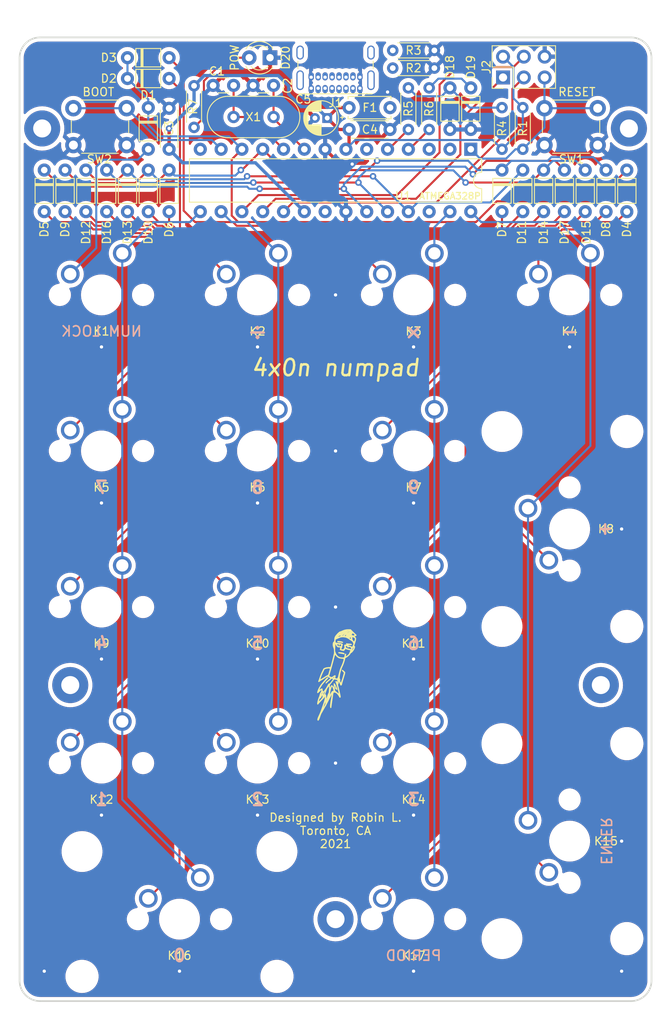
<source format=kicad_pcb>
(kicad_pcb (version 20211014) (generator pcbnew)
  (layers (0 "F.Cu" signal) (31 "B.Cu" signal) (34 "B.Paste" user) (35 "F.Paste" user) (36 "B.SilkS" user "B.Silkscreen") (37 "F.SilkS" user "F.Silkscreen") (38 "B.Mask" user) (39 "F.Mask" user) (44 "Edge.Cuts" user))
  (net 0 "")
  (net 1 "Net-(D1-Pad2)")
  (net 2 "/row0")
  (net 3 "Net-(D2-Pad2)")
  (net 4 "Net-(D3-Pad2)")
  (net 5 "Net-(D4-Pad2)")
  (net 6 "Net-(D5-Pad2)")
  (net 7 "/row1")
  (net 8 "Net-(D6-Pad2)")
  (net 9 "Net-(D7-Pad2)")
  (net 10 "Net-(D8-Pad2)")
  (net 11 "Net-(D9-Pad2)")
  (net 12 "/row2")
  (net 13 "Net-(D10-Pad2)")
  (net 14 "Net-(D11-Pad2)")
  (net 15 "Net-(D12-Pad2)")
  (net 16 "/row3")
  (net 17 "Net-(D13-Pad2)")
  (net 18 "Net-(D14-Pad2)")
  (net 19 "Net-(D15-Pad2)")
  (net 20 "Net-(D16-Pad2)")
  (net 21 "/row4")
  (net 22 "Net-(D17-Pad2)")
  (net 23 "GND")
  (net 24 "Net-(D18-Pad1)")
  (net 25 "Net-(D19-Pad1)")
  (net 26 "/RESET")
  (net 27 "/MOSI")
  (net 28 "/SCK")
  (net 29 "+5V")
  (net 30 "/MISO")
  (net 31 "/col0")
  (net 32 "/col1")
  (net 33 "/col2")
  (net 34 "/col3")
  (net 35 "Net-(J1-PadA5)")
  (net 36 "Net-(J1-PadB5)")
  (net 37 "/USB_D-")
  (net 38 "/USB_D+")
  (net 39 "Net-(U1-Pad26)")
  (net 40 "Net-(C1-Pad1)")
  (net 41 "Net-(C2-Pad1)")
  (net 42 "Net-(U1-Pad21)")
  (net 43 "Net-(U1-Pad6)")
  (net 44 "Net-(U1-Pad3)")
  (net 45 "Net-(U1-Pad2)")
  (net 46 "Net-(J1-PadS1)")
  (net 47 "Net-(F1-Pad2)")
  (net 48 "Net-(J1-PadB8)")
  (net 49 "Net-(J1-PadA8)")
  (net 50 "Net-(U1-Pad14)")
  (net 51 "Net-(D20-Pad2)")
  (net 52 "/BOOT")
  (footprint "keyswitches:Stabilizer_MX_2u" (layer "F.Cu") (at 28.575 0 -90)
    (fp_text reference "REF**" hide)
    (fp_text value "Stabilizer_MX_2u" hide)
  )
  (footprint "keyswitches:Stabilizer_MX_2u" (layer "F.Cu") (at 28.575 38.1 -90)
    (fp_text reference "REF**" hide)
    (fp_text value "Stabilizer_MX_2u" hide)
  )
  (footprint "keyswitches:Stabilizer_MX_2u" (layer "F.Cu") (at -19.05 47.625 180)
    (fp_text reference "REF**" hide)
    (fp_text value "Stabilizer_MX_2u" hide)
  )
  (footprint "Package_DIP:DIP-28_W7.62mm" (layer "F.Cu") (at 16.51 -46.355 -90)
    (fp_text reference "U1")
    (fp_text value "ATmega328P-PU")
  )
  (footprint "personal:D_DO-35_SOD27_P5mm_Horizontal" (layer "F.Cu") (at -22.86 -51.435 -90)
    (fp_text reference "D1")
    (fp_text value "D")
  )
  (footprint "personal:D_DO-35_SOD27_P5mm_Horizontal" (layer "F.Cu") (at -25.4 -54.991)
    (fp_text reference "D2")
    (fp_text value "D")
  )
  (footprint "personal:D_DO-35_SOD27_P5mm_Horizontal" (layer "F.Cu") (at -25.4 -57.531)
    (fp_text reference "D3")
    (fp_text value "D")
  )
  (footprint "personal:D_DO-35_SOD27_P5mm_Horizontal" (layer "F.Cu") (at 35.56 -43.815 -90)
    (fp_text reference "D4")
    (fp_text value "D")
  )
  (footprint "personal:D_DO-35_SOD27_P5mm_Horizontal" (layer "F.Cu") (at -35.56 -43.815 -90)
    (fp_text reference "D5")
    (fp_text value "D")
  )
  (footprint "personal:D_DO-35_SOD27_P5mm_Horizontal" (layer "F.Cu") (at -20.32 -43.815 -90)
    (fp_text reference "D6")
    (fp_text value "D")
  )
  (footprint "personal:D_DO-35_SOD27_P5mm_Horizontal" (layer "F.Cu") (at -22.86 -43.815 -90)
    (fp_text reference "D10")
    (fp_text value "D")
  )
  (footprint "personal:D_DO-35_SOD27_P5mm_Horizontal" (layer "F.Cu") (at 22.86 -43.815 -90)
    (fp_text reference "D11")
    (fp_text value "D")
  )
  (footprint "personal:D_DO-35_SOD27_P5mm_Horizontal" (layer "F.Cu") (at -30.48 -43.815 -90)
    (fp_text reference "D12")
    (fp_text value "D")
  )
  (footprint "personal:D_DO-35_SOD27_P5mm_Horizontal" (layer "F.Cu") (at -25.4 -43.815 -90)
    (fp_text reference "D13")
    (fp_text value "D")
  )
  (footprint "personal:D_DO-35_SOD27_P5mm_Horizontal" (layer "F.Cu") (at 25.4 -43.815 -90)
    (fp_text reference "D14")
    (fp_text value "D")
  )
  (footprint "personal:D_DO-35_SOD27_P5mm_Horizontal" (layer "F.Cu") (at 30.48 -43.815 -90)
    (fp_text reference "D15")
    (fp_text value "D")
  )
  (footprint "personal:D_DO-35_SOD27_P5mm_Horizontal" (layer "F.Cu") (at -27.94 -43.815 -90)
    (fp_text reference "D16")
    (fp_text value "D")
  )
  (footprint "personal:D_DO-35_SOD27_P5mm_Horizontal" (layer "F.Cu") (at 27.94 -43.815 -90)
    (fp_text reference "D17")
    (fp_text value "D")
  )
  (footprint "personal:SW_MX_NoBorderSilk" (layer "F.Cu") (at -28.575 -28.575)
    (fp_text reference "K1")
    (fp_text value "KEYSW")
  )
  (footprint "personal:SW_MX_NoBorderSilk" (layer "F.Cu") (at -9.525 -28.575)
    (fp_text reference "K2")
    (fp_text value "KEYSW")
  )
  (footprint "personal:SW_MX_NoBorderSilk" (layer "F.Cu") (at 9.525 -28.575)
    (fp_text reference "K3")
    (fp_text value "KEYSW")
  )
  (footprint "personal:SW_MX_NoBorderSilk" (layer "F.Cu") (at 28.575 -28.575)
    (fp_text reference "K4")
    (fp_text value "KEYSW")
  )
  (footprint "personal:SW_MX_NoBorderSilk" (layer "F.Cu") (at -28.575 -9.525)
    (fp_text reference "K5")
    (fp_text value "KEYSW")
  )
  (footprint "personal:SW_MX_NoBorderSilk" (layer "F.Cu") (at -9.525 -9.525)
    (fp_text reference "K6")
    (fp_text value "KEYSW")
  )
  (footprint "personal:SW_MX_NoBorderSilk" (layer "F.Cu") (at 9.525 -9.525)
    (fp_text reference "K7")
    (fp_text value "KEYSW")
  )
  (footprint "personal:SW_MX_NoBorderSilk" (layer "F.Cu") (at 28.575 0 90)
    (fp_text reference "K8")
    (fp_text value "KEYSW")
  )
  (footprint "personal:SW_MX_NoBorderSilk" (layer "F.Cu") (at -28.575 9.525)
    (fp_text reference "K9")
    (fp_text value "KEYSW")
  )
  (footprint "personal:SW_MX_NoBorderSilk" (layer "F.Cu") (at -9.525 9.525)
    (fp_text reference "K10")
    (fp_text value "KEYSW")
  )
  (footprint "personal:SW_MX_NoBorderSilk" (layer "F.Cu") (at 9.525 9.525)
    (fp_text reference "K11")
    (fp_text value "KEYSW")
  )
  (footprint "personal:SW_MX_NoBorderSilk" (layer "F.Cu") (at -28.575 28.575)
    (fp_text reference "K12")
    (fp_text value "KEYSW")
  )
  (footprint "personal:SW_MX_NoBorderSilk" (layer "F.Cu") (at -9.525 28.575)
    (fp_text reference "K13")
    (fp_text value "KEYSW")
  )
  (footprint "personal:SW_MX_NoBorderSilk" (layer "F.Cu") (at 9.525 28.575)
    (fp_text reference "K14")
    (fp_text value "KEYSW")
  )
  (footprint "personal:SW_MX_NoBorderSilk" (layer "F.Cu") (at 28.575 38.1 90)
    (fp_text reference "K15")
    (fp_text value "KEYSW")
  )
  (footprint "personal:SW_MX_NoBorderSilk" (layer "F.Cu") (at -19.05 47.625)
    (fp_text reference "K16")
    (fp_text value "KEYSW")
  )
  (footprint "personal:SW_MX_NoBorderSilk" (layer "F.Cu") (at 9.525 47.625)
    (fp_text reference "K17")
    (fp_text value "KEYSW")
  )
  (footprint "Resistor_THT:R_Axial_DIN0204_L3.6mm_D1.6mm_P5.08mm_Horizontal" (layer "F.Cu") (at 22.86 -51.435 -90)
    (fp_text reference "R1")
    (fp_text value "10k")
  )
  (footprint "Resistor_THT:R_Axial_DIN0204_L3.6mm_D1.6mm_P5.08mm_Horizontal" (layer "F.Cu") (at 12.065 -56.261 180)
    (fp_text reference "R2")
    (fp_text value "5.1k")
  )
  (footprint "Resistor_THT:R_Axial_DIN0204_L3.6mm_D1.6mm_P5.08mm_Horizontal" (layer "F.Cu") (at 12.065 -58.42 180)
    (fp_text reference "R3")
    (fp_text value "5.1k")
  )
  (footprint "Resistor_THT:R_Axial_DIN0204_L3.6mm_D1.6mm_P5.08mm_Horizontal" (layer "F.Cu") (at 20.32 -46.355 90)
    (fp_text reference "R4")
    (fp_text value "1.5k")
  )
  (footprint "Resistor_THT:R_Axial_DIN0204_L3.6mm_D1.6mm_P5.08mm_Horizontal" (layer "F.Cu") (at 11.43 -53.848 -90)
    (fp_text reference "R6")
    (fp_text value "75")
  )
  (footprint "MountingHole:MountingHole_2.2mm_M2_Pad" (layer "F.Cu") (at 35.814 -48.895)
    (fp_text reference "H2" hide)
    (fp_text value "MountingHole")
  )
  (footprint "MountingHole:MountingHole_2.2mm_M2_Pad" (layer "F.Cu") (at -35.814 -48.895)
    (fp_text reference "H1" hide)
    (fp_text value "MountingHole")
  )
  (footprint "personal:D_DO-35_SOD27_P5mm_Horizontal" (layer "F.Cu") (at 13.97 -53.848 -90)
    (fp_text reference "D18")
    (fp_text value "3.6V")
  )
  (footprint "Button_Switch_THT:SW_PUSH_6mm" (layer "F.Cu") (at -32.004 -51.363)
    (fp_text reference "SW2")
    (fp_text value "BOOT")
  )
  (footprint "personal:D_DO-35_SOD27_P5mm_Horizontal" (layer "F.Cu") (at 20.32 -43.815 -90)
    (fp_text reference "D7")
    (fp_text value "D")
  )
  (footprint "Capacitor_THT:C_Disc_D4.3mm_W1.9mm_P5.00mm" (layer "F.Cu") (at -20.32 -46.355 90)
    (fp_text reference "C3")
    (fp_text value "0.1u")
  )
  (footprint "Connector_PinHeader_2.54mm:PinHeader_2x03_P2.54mm_Vertical" (layer "F.Cu") (at 20.447 -55.118 90)
    (fp_text reference "J2")
    (fp_text value "AVR ISP")
  )
  (footprint "personal:USB_C_Receptacle_GCT_USB4085_personalized" (layer "F.Cu") (at 2.975 -53.8 180)
    (fp_text reference "J1")
    (fp_text value "USB_C_Receptacle_USB2.0")
  )
  (footprint "personal:D_DO-35_SOD27_P5mm_Horizontal" (layer "F.Cu") (at 16.51 -53.848 -90)
    (fp_text reference "D19")
    (fp_text value "3.6V")
  )
  (footprint "personal:D_DO-35_SOD27_P5mm_Horizontal" (layer "F.Cu") (at 33.02 -43.815 -90)
    (fp_text reference "D8")
    (fp_text value "D")
  )
  (footprint "personal:meme_logo" (layer "F.Cu") (at 0.508 17.526)
    (fp_text reference "G***" hide)
    (fp_text value "LOGO" hide)
  )
  (footprint "Resistor_THT:R_Axial_DIN0204_L3.6mm_D1.6mm_P5.08mm_Horizontal" (layer "F.Cu") (at 8.89 -48.768 90)
    (fp_text reference "R5")
    (fp_text value "75")
  )
  (footprint "personal:D_DO-35_SOD27_P5mm_Horizontal" (layer "F.Cu") (at -33.02 -43.815 -90)
    (fp_text reference "D9")
    (fp_text value "D")
  )
  (footprint "MountingHole:MountingHole_2.2mm_M2_Pad" (layer "F.Cu") (at -32.385 19.05)
    (fp_text reference "H3" hide)
    (fp_text value "MountingHole")
  )
  (footprint "MountingHole:MountingHole_2.2mm_M2_Pad" (layer "F.Cu") (at 0 47.625)
    (fp_text reference "H5" hide)
    (fp_text value "MountingHole")
  )
  (footprint "MountingHole:MountingHole_2.2mm_M2_Pad" (layer "F.Cu") (at 32.385 19.05)
    (fp_text reference "H4" hide)
    (fp_text value "MountingHole")
  )
  (footprint "Button_Switch_THT:SW_PUSH_6mm" (layer "F.Cu") (at 25.504 -51.363)
    (fp_text reference "SW1")
    (fp_text value "RESET")
  )
  (footprint "Resistor_THT:R_Axial_DIN0204_L3.6mm_D1.6mm_P5.08mm_Horizontal" (layer "F.Cu") (at -17.272 -49.022 90)
    (fp_text reference "R7")
    (fp_text value "1k")
  )
  (footprint "Crystal:Crystal_HC49-U_Vertical" (layer "F.Cu") (at -12.446 -50.292)
    (fp_text reference "X1")
    (fp_text value "16MHz")
  )
  (footprint "Capacitor_THT:C_Disc_D3.0mm_W1.6mm_P2.50mm" (layer "F.Cu") (at -12.446 -54.1528 180)
    (fp_text reference "C1")
    (fp_text value "22")
  )
  (footprint "Capacitor_THT:CP_Radial_D4.0mm_P1.50mm" (layer "F.Cu") (at -1.016 -50.165 180)
    (fp_text reference "C5")
    (fp_text value "4.7u")
  )
  (footprint "Capacitor_THT:C_Disc_D5.0mm_W2.5mm_P5.00mm" (layer "F.Cu") (at 1.651 -51.435)
    (fp_text reference "F1")
    (fp_text value "250mA")
  )
  (footprint "Capacitor_THT:C_Disc_D4.3mm_W1.9mm_P5.00mm" (layer "F.Cu") (at 1.651 -48.768)
    (fp_text reference "C4")
    (fp_text value "0.1u")
  )
  (footprint "Capacitor_THT:C_Disc_D3.0mm_W1.6mm_P2.50mm" (layer "F.Cu") (at -7.5692 -54.1528 180)
    (fp_text reference "C2")
    (fp_text value "22")
  )
  (footprint "LED_THT:LED_D3.0mm" (layer "F.Cu") (at -8.001 -57.531 180)
    (fp_text reference "D20")
    (fp_text value "POW")
  )
  (gr_arc (start 38.575 55.12485) (mid 37.842767 56.892617) (end 36.075 57.62485) (layer "Edge.Cuts") (width 0.2))
  (gr_line (start -36.075 -60.005949) (end 36.075 -60.005949) (layer "Edge.Cuts") (width 0.2))
  (gr_arc (start -36.075 57.62485) (mid -37.842767 56.892617) (end -38.575 55.12485) (layer "Edge.Cuts") (width 0.2))
  (gr_arc (start -38.575 -57.505949) (mid -37.842767 -59.273716) (end -36.075 -60.005949) (layer "Edge.Cuts") (width 0.2))
  (gr_arc (start 36.075 -60.005949) (mid 37.842767 -59.273716) (end 38.575 -57.505949) (layer "Edge.Cuts") (width 0.2))
  (gr_line (start 38.575 -57.505949) (end 38.575 55.12485) (layer "Edge.Cuts") (width 0.2))
  (gr_line (start 36.075 57.62485) (end -36.075 57.62485) (layer "Edge.Cuts") (width 0.2))
  (gr_line (start -38.575 55.12485) (end -38.575 -57.50595) (layer "Edge.Cuts") (width 0.2))
  (gr_text "1" (at -28.575 33.02) (layer "B.SilkS") (effects (font (size 1.5 1.5) (thickness 0.3)) (justify mirror)))
  (gr_text "0" (at -19.05 52.07) (layer "B.SilkS") (effects (font (size 1.5 1.5) (thickness 0.3)) (justify mirror)))
  (gr_text "2" (at -9.525 33.02) (layer "B.SilkS") (effects (font (size 1.5 1.5) (thickness 0.3)) (justify mirror)))
  (gr_text "3" (at 9.525 33.02) (layer "B.SilkS") (effects (font (size 1.5 1.5) (thickness 0.3)) (justify mirror)))
  (gr_text "6" (at 9.525 13.97) (layer "B.SilkS") (effects (font (size 1.5 1.5) (thickness 0.3)) (justify mirror)))
  (gr_text "5" (at -9.525 13.97) (layer "B.SilkS") (effects (font (size 1.5 1.5) (thickness 0.3)) (justify mirror)))
  (gr_text "4" (at -28.575 13.97) (layer "B.SilkS") (effects (font (size 1.5 1.5) (thickness 0.3)) (justify mirror)))
  (gr_text "7" (at -28.575 -5.08) (layer "B.SilkS") (effects (font (size 1.5 1.5) (thickness 0.3)) (justify mirror)))
  (gr_text "8" (at -9.525 -5.08) (layer "B.SilkS") (effects (font (size 1.5 1.5) (thickness 0.3)) (justify mirror)))
  (gr_text "9" (at 9.525 -5.08) (layer "B.SilkS") (effects (font (size 1.5 1.5) (thickness 0.3)) (justify mirror)))
  (gr_text "×" (at 9.525 -24.13) (layer "B.SilkS") (effects (font (size 2 2) (thickness 0.3)) (justify mirror)))
  (gr_text "÷" (at -9.525 -24.13) (layer "B.SilkS") (effects (font (size 2 2) (thickness 0.3)) (justify mirror)))
  (gr_text "NUM LOCK" (at -28.575 -24.13) (layer "B.SilkS") (effects (font (size 1.25 1.25) (thickness 0.2)) (justify mirror)))
  (gr_text "-" (at 28.575 -24.13) (layer "B.SilkS") (effects (font (size 1.5 1.5) (thickness 0.3)) (justify mirror)))
  (gr_text "ENTER" (at 33.02 38.1 -90) (layer "B.SilkS") (effects (font (size 1.25 1.25) (thickness 0.2)) (justify mirror)))
  (gr_text "PERIOD" (at 9.525 52.07) (layer "B.SilkS") (effects (font (size 1.25 1.25) (thickness 0.2)) (justify mirror)))
  (gr_text "+" (at 33.02 0 -90) (layer "B.SilkS") (effects (font (size 1.5 1.5) (thickness 0.3)) (justify mirror)))
  (gr_text "RESET" (at 29.464 -53.34) (layer "F.SilkS") (effects (font (size 1 1))))
  (gr_text "Designed by Robin L.\nToronto, CA\n2021" (at 0 36.83) (layer "F.SilkS") (effects (font (size 1 1))))
  (gr_text "4x0n numpad" (at 0 -19.685) (layer "F.SilkS") (effects (font (size 2 2) (thickness 0.3) italic)))
  (gr_text "BOOT" (at -28.956 -53.34) (layer "F.SilkS") (effects (font (size 1 1))))
  (gr_text "ATMEGA328P" (at 13.97 -40.64) (layer "F.SilkS") (effects (font (size 0.8 0.8))))
  (segment (start -28.335002 -45.085) (end -24.13 -45.085) (width 0.25) (layer "B.Cu") (net 1))
  (segment (start -29.21 -34.29) (end -29.21 -44.210002) (width 0.25) (layer "B.Cu") (net 1))
  (segment (start -24.13 -45.085) (end -22.86 -46.355) (width 0.25) (layer "B.Cu") (net 1))
  (segment (start -32.385 -31.115) (end -29.21 -34.29) (width 0.25) (layer "B.Cu") (net 1))
  (segment (start -29.21 -44.210002) (end -28.335002 -45.085) (width 0.25) (layer "B.Cu") (net 1))
  (segment (start -11.881501 -37.465) (end 17.145 -37.465) (width 0.25) (layer "F.Cu") (net 2))
  (segment (start -12.675 -38.258499) (end -11.881501 -37.465) (width 0.25) (layer "F.Cu") (net 2))
  (segment (start -11.43 -46.355) (end -12.675 -45.11) (width 0.25) (layer "F.Cu") (net 2))
  (segment (start 31.75 -40.005) (end 35.56 -43.815) (width 0.25) (layer "F.Cu") (net 2))
  (segment (start 17.145 -37.465) (end 19.685 -40.005) (width 0.25) (layer "F.Cu") (net 2))
  (segment (start -12.675 -45.11) (end -12.675 -38.258499) (width 0.25) (layer "F.Cu") (net 2))
  (segment (start 19.685 -40.005) (end 31.75 -40.005) (width 0.25) (layer "F.Cu") (net 2))
  (segment (start -25.4 -57.531) (end -25.4 -54.61) (width 0.25) (layer "B.Cu") (net 2))
  (segment (start -25.4 -54.991) (end -22.86 -52.451) (width 0.25) (layer "B.Cu") (net 2))
  (segment (start -13.00501 -47.93001) (end -11.43 -46.355) (width 0.25) (layer "B.Cu") (net 2))
  (segment (start -21.4346 -47.93001) (end -13.00501 -47.93001) (width 0.25) (layer "B.Cu") (net 2))
  (segment (start -22.86 -51.435) (end -22.86 -49.35541) (width 0.25) (layer "B.Cu") (net 2))
  (segment (start -22.86 -52.451) (end -22.86 -51.435) (width 0.25) (layer "B.Cu") (net 2))
  (segment (start -22.86 -49.35541) (end -21.4346 -47.93001) (width 0.25) (layer "B.Cu") (net 2))
  (segment (start -18.992011 -53.663011) (end -20.32 -54.991) (width 0.25) (layer "F.Cu") (net 3))
  (segment (start -13.335 -31.115) (end -18.992011 -36.772011) (width 0.25) (layer "F.Cu") (net 3))
  (segment (start -18.992011 -36.772011) (end -18.992011 -53.663011) (width 0.25) (layer "F.Cu") (net 3))
  (segment (start -17.145 -37.465) (end -12.517911 -37.465) (width 0.25) (layer "F.Cu") (net 4))
  (segment (start -12.517911 -37.465) (end -12.067901 -37.01499) (width 0.25) (layer "F.Cu") (net 4))
  (segment (start -12.067901 -37.01499) (end -0.18499 -37.01499) (width 0.25) (layer "F.Cu") (net 4))
  (segment (start -18.542 -55.753) (end -18.542 -38.862) (width 0.25) (layer "F.Cu") (net 4))
  (segment (start -0.18499 -37.01499) (end 5.715 -31.115) (width 0.25) (layer "F.Cu") (net 4))
  (segment (start -20.32 -57.531) (end -18.542 -55.753) (width 0.25) (layer "F.Cu") (net 4))
  (segment (start -18.542 -38.862) (end -17.145 -37.465) (width 0.25) (layer "F.Cu") (net 4))
  (segment (start 32.38641 -37.465) (end 31.9364 -37.01499) (width 0.25) (layer "F.Cu") (net 5))
  (segment (start 24.765 -35.55436) (end 25.325612 -36.114972) (width 0.25) (layer "F.Cu") (net 5))
  (segment (start 27.679212 -36.564982) (end 29.582802 -36.564982) (width 0.25) (layer "F.Cu") (net 5))
  (segment (start 27.229202 -36.114972) (end 27.679212 -36.564982) (width 0.25) (layer "F.Cu") (net 5))
  (segment (start 24.765 -31.115) (end 24.765 -35.55436) (width 0.25) (layer "F.Cu") (net 5))
  (segment (start 31.9364 -37.01499) (end 30.03281 -37.01499) (width 0.25) (layer "F.Cu") (net 5))
  (segment (start 34.29 -37.465) (end 32.38641 -37.465) (width 0.25) (layer "F.Cu") (net 5))
  (segment (start 35.56 -38.735) (end 34.29 -37.465) (width 0.25) (layer "F.Cu") (net 5))
  (segment (start 30.03281 -37.01499) (end 29.582802 -36.564982) (width 0.25) (layer "F.Cu") (net 5))
  (segment (start 25.325612 -36.114972) (end 27.229202 -36.114972) (width 0.25) (layer "F.Cu") (net 5))
  (segment (start -24.8756 -35.66496) (end -22.97201 -35.66496) (width 0.25) (layer "F.Cu") (net 6))
  (segment (start -29.5828 -36.56498) (end -27.67921 -36.56498) (width 0.25) (layer "F.Cu") (net 6))
  (segment (start -32.38641 -37.465) (end -31.9364 -37.01499) (width 0.25) (layer "F.Cu") (net 6))
  (segment (start -22.319099 -22.130901) (end -32.385 -12.065) (width 0.25) (layer "F.Cu") (net 6))
  (segment (start -30.03281 -37.01499) (end -29.5828 -36.56498) (width 0.25) (layer "F.Cu") (net 6))
  (segment (start -22.97201 -35.66496) (end -22.522 -35.21495) (width 0.25) (layer "F.Cu") (net 6))
  (segment (start -21.88982 -35.21495) (end -20.40003 -33.72516) (width 0.25) (layer "F.Cu") (net 6))
  (segment (start -31.9364 -37.01499) (end -30.03281 -37.01499) (width 0.25) (layer "F.Cu") (net 6))
  (segment (start -35.56 -38.735) (end -34.29 -37.465) (width 0.25) (layer "F.Cu") (net 6))
  (segment (start -20.40003 -24.04997) (end -22.319099 -22.130901) (width 0.25) (layer "F.Cu") (net 6))
  (segment (start -34.29 -37.465) (end -32.38641 -37.465) (width 0.25) (layer "F.Cu") (net 6))
  (segment (start -27.2292 -36.11497) (end -25.32561 -36.11497) (width 0.25) (layer "F.Cu") (net 6))
  (segment (start -25.32561 -36.11497) (end -24.8756 -35.66496) (width 0.25) (layer "F.Cu") (net 6))
  (segment (start -22.522 -35.21495) (end -21.88982 -35.21495) (width 0.25) (layer "F.Cu") (net 6))
  (segment (start -27.67921 -36.56498) (end -27.2292 -36.11497) (width 0.25) (layer "F.Cu") (net 6))
  (segment (start -20.40003 -33.72516) (end -20.40003 -24.04997) (width 0.25) (layer "F.Cu") (net 6))
  (segment (start -8.89 -46.355) (end -11.43 -43.815) (width 0.25) (layer "F.Cu") (net 7))
  (segment (start -11.43 -43.815) (end -11.557 -43.815) (width 0.25) (layer "F.Cu") (net 7))
  (segment (start -33.53498 -41.78998) (end -22.34502 -41.78998) (width 0.25) (layer "F.Cu") (net 7))
  (segment (start -22.34502 -41.78998) (end -20.32 -43.815) (width 0.25) (layer "F.Cu") (net 7))
  (segment (start -8.89 -46.355) (end -6.35 -43.815) (width 0.25) (layer "F.Cu") (net 7))
  (segment (start -6.35 -43.815) (end 3.94199 -43.815) (width 0.25) (layer "F.Cu") (net 7))
  (segment (start 3.94199 -43.815) (end 5.08 -44.95301) (width 0.25) (layer "F.Cu") (net 7))
  (segment (start -35.56 -43.815) (end -33.53498 -41.78998) (width 0.25) (layer "F.Cu") (net 7))
  (via (at -11.557 -43.815) (size 0.8) (drill 0.4) (layers "F.Cu" "B.Cu") (net 7))
  (via (at 5.08 -44.95301) (size 0.8) (drill 0.4) (layers "F.Cu" "B.Cu") (net 7))
  (segment (start 20.32 -43.815) (end 21.445001 -44.940001) (width 0.25) (layer "B.Cu") (net 7))
  (segment (start 31.44499 -45.39001) (end 33.02 -43.815) (width 0.25) (layer "B.Cu") (net 7))
  (segment (start -12.231991 -43.140009) (end -11.557 -43.815) (width 0.25) (layer "B.Cu") (net 7))
  (segment (start 26.3386 -45.39001) (end 31.44499 -45.39001) (width 0.25) (layer "B.Cu") (net 7))
  (segment (start 17.329002 -43.815) (end 20.32 -43.815) (width 0.25) (layer "B.Cu") (net 7))
  (segment (start 21.445001 -44.940001) (end 25.888591 -44.940001) (width 0.25) (layer "B.Cu") (net 7))
  (segment (start 25.888591 -44.940001) (end 26.3386 -45.39001) (width 0.25) (layer "B.Cu") (net 7))
  (segment (start 5.08 -44.95301) (end 16.190992 -44.95301) (width 0.25) (layer "B.Cu") (net 7))
  (segment (start 16.190992 -44.95301) (end 17.329002 -43.815) (width 0.25) (layer "B.Cu") (net 7))
  (segment (start -19.645009 -43.140009) (end -12.231991 -43.140009) (width 0.25) (layer "B.Cu") (net 7))
  (segment (start -20.32 -43.815) (end -19.645009 -43.140009) (width 0.25) (layer "B.Cu") (net 7))
  (segment (start -17.69997 -34.84356) (end -20.32 -37.46359) (width 0.25) (layer "F.Cu") (net 8))
  (segment (start -13.335 -12.065) (end -17.69997 -16.42997) (width 0.25) (layer "F.Cu") (net 8))
  (segment (start -17.69997 -16.42997) (end -17.69997 -34.84356) (width 0.25) (layer "F.Cu") (net 8))
  (segment (start -20.32 -37.46359) (end -20.32 -38.735) (width 0.25) (layer "F.Cu") (net 8))
  (segment (start 19.05 -25.4) (end 5.715 -12.065) (width 0.25) (layer "F.Cu") (net 9))
  (segment (start 19.05 -35.56282) (end 19.05 -25.4) (width 0.25) (layer "F.Cu") (net 9))
  (segment (start 20.32 -38.735) (end 20.32 -36.83282) (width 0.25) (layer "F.Cu") (net 9))
  (segment (start 20.32 -36.83282) (end 19.05 -35.56282) (width 0.25) (layer "F.Cu") (net 9))
  (segment (start 17.675038 -20.842988) (end 17.675038 -4.549962) (width 0.25) (layer "F.Cu") (net 10))
  (segment (start 21.30005 -24.468) (end 17.675038 -20.842988) (width 0.25) (layer "F.Cu") (net 10))
  (segment (start 29.84641 -37.465) (end 29.396401 -37.014991) (width 0.25) (layer "F.Cu") (net 10))
  (segment (start 22.78561 -36.11497) (end 21.30005 -34.62941) (width 0.25) (layer "F.Cu") (net 10))
  (segment (start 31.75 -37.465) (end 29.84641 -37.465) (width 0.25) (layer "F.Cu") (net 10))
  (segment (start 27.042801 -36.564981) (end 25.13921 -36.56498) (width 0.25) (layer "F.Cu") (net 10))
  (segment (start 17.675038 -4.549962) (end 26.035 3.81) (width 0.25) (layer "F.Cu") (net 10))
  (segment (start 25.13921 -36.56498) (end 24.689201 -36.114971) (width 0.25) (layer "F.Cu") (net 10))
  (segment (start 27.49281 -37.01499) (end 27.042801 -36.564981) (width 0.25) (layer "F.Cu") (net 10))
  (segment (start 29.396401 -37.014991) (end 27.49281 -37.01499) (width 0.25) (layer "F.Cu") (net 10))
  (segment (start 24.689201 -36.114971) (end 22.78561 -36.11497) (width 0.25) (layer "F.Cu") (net 10))
  (segment (start 33.02 -38.735) (end 31.75 -37.465) (width 0.25) (layer "F.Cu") (net 10))
  (segment (start 21.30005 -34.62941) (end 21.30005 -24.468) (width 0.25) (layer "F.Cu") (net 10))
  (segment (start -19.95002 -33.91156) (end -19.95002 -5.44998) (width 0.25) (layer "F.Cu") (net 11))
  (segment (start -22.3356 -35.66496) (end -21.70342 -35.66496) (width 0.25) (layer "F.Cu") (net 11))
  (segment (start -31.75 -37.465) (end -29.84641 -37.465) (width 0.25) (layer "F.Cu") (net 11))
  (segment (start -33.02 -38.735) (end -31.75 -37.465) (width 0.25) (layer "F.Cu") (net 11))
  (segment (start -29.84641 -37.465) (end -29.3964 -37.01499) (width 0.25) (layer "F.Cu") (net 11))
  (segment (start -29.3964 -37.01499) (end -27.49281 -37.01499) (width 0.25) (layer "F.Cu") (net 11))
  (segment (start -19.95002 -5.44998) (end -22.225 -3.175) (width 0.25) (layer "F.Cu") (net 11))
  (segment (start -24.6892 -36.11497) (end -22.78561 -36.11497) (width 0.25) (layer "F.Cu") (net 11))
  (segment (start -25.13921 -36.56498) (end -24.6892 -36.11497) (width 0.25) (layer "F.Cu") (net 11))
  (segment (start -21.70342 -35.66496) (end -19.95002 -33.91156) (width 0.25) (layer "F.Cu") (net 11))
  (segment (start -22.225 -3.175) (end -32.385 6.985) (width 0.25) (layer "F.Cu") (net 11))
  (segment (start -22.78561 -36.11497) (end -22.3356 -35.66496) (width 0.25) (layer "F.Cu") (net 11))
  (segment (start -27.49281 -37.01499) (end -27.0428 -36.56498) (width 0.25) (layer "F.Cu") (net 11))
  (segment (start -27.0428 -36.56498) (end -25.13921 -36.56498) (width 0.25) (layer "F.Cu") (net 11))
  (segment (start -31.44499 -42.23999) (end -24.43501 -42.23999) (width 0.25) (layer "F.Cu") (net 12))
  (segment (start -33.02 -43.815) (end -31.44499 -42.23999) (width 0.25) (layer "F.Cu") (net 12))
  (segment (start -10.795 -43.053) (end 4.572 -43.053) (width 0.25) (layer "F.Cu") (net 12))
  (segment (start -24.43501 -42.23999) (end -22.86 -43.815) (width 0.25) (layer "F.Cu") (net 12))
  (via (at 4.572 -43.053) (size 0.8) (drill 0.4) (layers "F.Cu" "B.Cu") (net 12))
  (via (at -10.795 -43.053) (size 0.8) (drill 0.4) (layers "F.Cu" "B.Cu") (net 12))
  (segment (start 4.572 -43.053) (end 4.572 -43.053) (width 0.25) (layer "B.Cu") (net 12))
  (segment (start -21.734999 -42.689999) (end -11.158001 -42.689999) (width 0.25) (layer "B.Cu") (net 12))
  (segment (start -11.158001 -42.689999) (end -10.795 -43.053) (width 0.25) (layer "B.Cu") (net 12))
  (segment (start 10.015001 -39.860001) (end 8.89 -38.735) (width 0.25) (layer "B.Cu") (net 12))
  (segment (start 8.89 -38.735) (end 4.572 -43.053) (width 0.25) (layer "B.Cu") (net 12))
  (segment (start 22.86 -43.815) (end 18.905001 -39.860001) (width 0.25) (layer "B.Cu") (net 12))
  (segment (start -22.86 -43.815) (end -21.734999 -42.689999) (width 0.25) (layer "B.Cu") (net 12))
  (segment (start 18.905001 -39.860001) (end 10.015001 -39.860001) (width 0.25) (layer "B.Cu") (net 12))
  (segment (start -18.14998 -34.65716) (end -18.14998 2.17002) (width 0.25) (layer "F.Cu") (net 13))
  (segment (start -22.86 -38.735) (end -21.59 -37.465) (width 0.25) (layer "F.Cu") (net 13))
  (segment (start -20.77001 -37.27719) (end -18.14998 -34.65716) (width 0.25) (layer "F.Cu") (net 13))
  (segment (start -21.59 -37.465) (end -20.955 -37.465) (width 0.25) (layer "F.Cu") (net 13))
  (segment (start -18.14998 2.17002) (end -13.335 6.985) (width 0.25) (layer "F.Cu") (net 13))
  (segment (start -20.77001 -37.28001) (end -20.77001 -37.27719) (width 0.25) (layer "F.Cu") (net 13))
  (segment (start -20.955 -37.465) (end -20.77001 -37.28001) (width 0.25) (layer "F.Cu") (net 13))
  (segment (start 19.50001 -25.2136) (end 15.875 -21.58859) (width 0.25) (layer "F.Cu") (net 14))
  (segment (start 19.50001 -35.37642) (end 19.50001 -25.2136) (width 0.25) (layer "F.Cu") (net 14))
  (segment (start 21.58859 -37.465) (end 19.50001 -35.37642) (width 0.25) (layer "F.Cu") (net 14))
  (segment (start 15.875 -3.175) (end 15.24 -2.54) (width 0.25) (layer "F.Cu") (net 14))
  (segment (start 15.875 -21.58859) (end 15.875 -3.175) (width 0.25) (layer "F.Cu") (net 14))
  (segment (start 21.59 -37.465) (end 21.58859 -37.465) (width 0.25) (layer "F.Cu") (net 14))
  (segment (start 22.86 -38.735) (end 21.59 -37.465) (width 0.25) (layer "F.Cu") (net 14))
  (segment (start 15.24 -2.54) (end 5.715 6.985) (width 0.25) (layer "F.Cu") (net 14))
  (segment (start -29.21 -37.465) (end -27.30641 -37.465) (width 0.25) (layer "F.Cu") (net 15))
  (segment (start -24.5028 -36.56498) (end -22.59921 -36.56498) (width 0.25) (layer "F.Cu") (net 15))
  (segment (start -21.419079 15.069079) (end -19.50001 13.15001) (width 0.25) (layer "F.Cu") (net 15))
  (segment (start -19.50001 -28.39001) (end -19.50001 -28.575) (width 0.25) (layer "F.Cu") (net 15))
  (segment (start -19.50001 -34.09796) (end -19.50001 -28.39001) (width 0.25) (layer "F.Cu") (net 15))
  (segment (start -22.5425 16.1925) (end -32.385 26.035) (width 0.25) (layer "F.Cu") (net 15))
  (segment (start -22.1492 -36.11497) (end -21.51702 -36.11497) (width 0.25) (layer "F.Cu") (net 15))
  (segment (start -30.48 -38.735) (end -29.21 -37.465) (width 0.25) (layer "F.Cu") (net 15))
  (segment (start -27.30641 -37.465) (end -26.8564 -37.01499) (width 0.25) (layer "F.Cu") (net 15))
  (segment (start -24.95281 -37.01499) (end -24.5028 -36.56498) (width 0.25) (layer "F.Cu") (net 15))
  (segment (start -19.50001 13.15001) (end -19.50001 -28.39001) (width 0.25) (layer "F.Cu") (net 15))
  (segment (start -21.51702 -36.11497) (end -19.50001 -34.09796) (width 0.25) (layer "F.Cu") (net 15))
  (segment (start -21.419079 15.069079) (end -22.5425 16.1925) (width 0.25) (layer "F.Cu") (net 15))
  (segment (start -22.59921 -36.56498) (end -22.1492 -36.11497) (width 0.25) (layer "F.Cu") (net 15))
  (segment (start -26.8564 -37.01499) (end -24.95281 -37.01499) (width 0.25) (layer "F.Cu") (net 15))
  (segment (start -26.525001 -42.689999) (end -25.4 -43.815) (width 0.25) (layer "F.Cu") (net 16))
  (segment (start -30.48 -43.815) (end -29.354999 -42.689999) (width 0.25) (layer "F.Cu") (net 16))
  (segment (start 15.875 -42.291) (end 23.876 -42.291) (width 0.25) (layer "F.Cu") (net 16))
  (segment (start -29.354999 -42.689999) (end -26.525001 -42.689999) (width 0.25) (layer "F.Cu") (net 16))
  (segment (start 23.876 -42.291) (end 25.4 -43.815) (width 0.25) (layer "F.Cu") (net 16))
  (segment (start -10.033 -42.291) (end 2.794 -42.291) (width 0.25) (layer "F.Cu") (net 16))
  (via (at -10.033 -42.291) (size 0.8) (drill 0.4) (layers "F.Cu" "B.Cu") (net 16))
  (via (at 2.794 -42.291) (size 0.8) (drill 0.4) (layers "F.Cu" "B.Cu") (net 16))
  (via (at 15.875 -42.291) (size 0.8) (drill 0.4) (layers "F.Cu" "B.Cu") (net 16))
  (segment (start -10.08401 -42.23999) (end -10.033 -42.291) (width 0.25) (layer "B.Cu") (net 16))
  (segment (start 3.715316 -43.778001) (end 2.794 -42.856685) (width 0.25) (layer "B.Cu") (net 16))
  (segment (start 6.35 -38.735) (end 2.794 -42.291) (width 0.25) (layer "B.Cu") (net 16))
  (segment (start -25.4 -43.815) (end -23.82499 -42.23999) (width 0.25) (layer "B.Cu") (net 16))
  (segment (start 15.875 -42.291) (end 14.387999 -43.778001) (width 0.25) (layer "B.Cu") (net 16))
  (segment (start 14.387999 -43.778001) (end 3.715316 -43.778001) (width 0.25) (layer "B.Cu") (net 16))
  (segment (start 26.525001 -44.940001) (end 29.354999 -44.940001) (width 0.25) (layer "B.Cu") (net 16))
  (segment (start -23.82499 -42.23999) (end -10.08401 -42.23999) (width 0.25) (layer "B.Cu") (net 16))
  (segment (start 29.354999 -44.940001) (end 30.48 -43.815) (width 0.25) (layer "B.Cu") (net 16))
  (segment (start 2.794 -42.856685) (end 2.794 -42.291) (width 0.25) (layer "B.Cu") (net 16))
  (segment (start 25.4 -43.815) (end 26.525001 -44.940001) (width 0.25) (layer "B.Cu") (net 16))
  (segment (start -25.4 -38.735) (end -24.13 -37.465) (width 0.25) (layer "F.Cu") (net 17))
  (segment (start -18.59999 20.77001) (end -13.335 26.035) (width 0.25) (layer "F.Cu") (net 17))
  (segment (start -21.7764 -37.01499) (end -21.14422 -37.01499) (width 0.25) (layer "F.Cu") (net 17))
  (segment (start -24.13 -37.465) (end -22.22641 -37.465) (width 0.25) (layer "F.Cu") (net 17))
  (segment (start -22.22641 -37.465) (end -21.7764 -37.01499) (width 0.25) (layer "F.Cu") (net 17))
  (segment (start -21.14422 -37.01499) (end -18.59999 -34.47076) (width 0.25) (layer "F.Cu") (net 17))
  (segment (start -18.59999 -34.47076) (end -18.59999 20.77001) (width 0.25) (layer "F.Cu") (net 17))
  (segment (start 19.95002 -25.0272) (end 16.32501 -21.40219) (width 0.25) (layer "F.Cu") (net 18))
  (segment (start 22.22641 -37.465) (end 21.776401 -37.014991) (width 0.25) (layer "F.Cu") (net 18))
  (segment (start 21.774991 -37.014991) (end 19.95002 -35.19002) (width 0.25) (layer "F.Cu") (net 18))
  (segment (start 15.875 15.875) (end 5.715 26.035) (width 0.25) (layer "F.Cu") (net 18))
  (segment (start 21.776401 -37.014991) (end 21.774991 -37.014991) (width 0.25) (layer "F.Cu") (net 18))
  (segment (start 25.4 -38.735) (end 24.13 -37.465) (width 0.25) (layer "F.Cu") (net 18))
  (segment (start 16.32501 -21.40219) (end 16.325009 15.424991) (width 0.25) (layer "F.Cu") (net 18))
  (segment (start 16.325009 15.424991) (end 15.875 15.875) (width 0.25) (layer "F.Cu") (net 18))
  (segment (start 24.13 -37.465) (end 22.22641 -37.465) (width 0.25) (layer "F.Cu") (net 18))
  (segment (start 19.95002 -35.19002) (end 19.95002 -25.0272) (width 0.25) (layer "F.Cu") (net 18))
  (segment (start 30.48 -38.735) (end 29.21 -37.465) (width 0.25) (layer "F.Cu") (net 19))
  (segment (start 24.95281 -37.01499) (end 24.5028 -36.56498) (width 0.25) (layer "F.Cu") (net 19))
  (segment (start 24.5028 -36.56498) (end 22.59921 -36.56498) (width 0.25) (layer "F.Cu") (net 19))
  (segment (start 17.225028 -21.029388) (end 17.225028 33.100028) (width 0.25) (layer "F.Cu") (net 19))
  (segment (start 26.8564 -37.01499) (end 24.95281 -37.01499) (width 0.25) (layer "F.Cu") (net 19))
  (segment (start 22.59921 -36.56498) (end 20.85004 -34.81581) (width 0.25) (layer "F.Cu") (net 19))
  (segment (start 17.225028 33.100028) (end 26.035 41.91) (width 0.25) (layer "F.Cu") (net 19))
  (segment (start 29.21 -37.465) (end 27.30641 -37.465) (width 0.25) (layer "F.Cu") (net 19))
  (segment (start 20.85004 -24.6544) (end 17.225028 -21.029388) (width 0.25) (layer "F.Cu") (net 19))
  (segment (start 27.30641 -37.465) (end 26.8564 -37.01499) (width 0.25) (layer "F.Cu") (net 19))
  (segment (start 20.85004 -34.81581) (end 20.85004 -24.6544) (width 0.25) (layer "F.Cu") (net 19))
  (segment (start -21.9628 -36.56498) (end -21.33062 -36.56498) (width 0.25) (layer "F.Cu") (net 20))
  (segment (start -27.94 -38.735) (end -26.67 -37.465) (width 0.25) (layer "F.Cu") (net 20))
  (segment (start -19.05 -34.28436) (end -19.05 41.275) (width 0.25) (layer "F.Cu") (net 20))
  (segment (start -26.67 -37.465) (end -24.76641 -37.465) (width 0.25) (layer "F.Cu") (net 20))
  (segment (start -24.3164 -37.01499) (end -22.41281 -37.01499) (width 0.25) (layer "F.Cu") (net 20))
  (segment (start -22.41281 -37.01499) (end -21.9628 -36.56498) (width 0.25) (layer "F.Cu") (net 20))
  (segment (start -19.05 41.275) (end -22.86 45.085) (width 0.25) (layer "F.Cu") (net 20))
  (segment (start -24.76641 -37.465) (end -24.3164 -37.01499) (width 0.25) (layer "F.Cu") (net 20))
  (segment (start -21.33062 -36.56498) (end -19.05 -34.28436) (width 0.25) (layer "F.Cu") (net 20))
  (segment (start 18.413305 -44.940001) (end 16.772152 -43.298848) (width 0.25) (layer "F.Cu") (net 21))
  (segment (start 26.814999 -44.940001) (end 18.413305 -44.940001) (width 0.25) (layer "F.Cu") (net 21))
  (segment (start 27.94 -43.815) (end 26.814999 -44.940001) (width 0.25) (layer "F.Cu") (net 21))
  (segment (start -9.271 -41.529) (end 1.016 -41.529) (width 0.25) (layer "F.Cu") (net 21))
  (via (at 1.016 -41.529) (size 0.8) (drill 0.4) (layers "F.Cu" "B.Cu") (net 21))
  (via (at -9.271 -41.529) (size 0.8) (drill 0.4) (layers "F.Cu" "B.Cu") (net 21))
  (via (at 16.772152 -43.298848) (size 0.8) (drill 0.4) (layers "F.Cu" "B.Cu") (net 21))
  (segment (start -27.94 -43.815) (end -25.91498 -41.78998) (width 0.25) (layer "B.Cu") (net 21))
  (segment (start -25.91498 -41.78998) (end -10.795 -41.78998) (width 0.25) (layer "B.Cu") (net 21))
  (segment (start 1.016 -42.094685) (end 1.016 -41.529) (width 0.25) (layer "B.Cu") (net 21))
  (segment (start 3.149325 -44.22801) (end 1.016 -42.094685) (width 0.25) (layer "B.Cu") (net 21))
  (segment (start 3.81 -38.735) (end 1.016 -41.529) (width 0.25) (layer "B.Cu") (net 21))
  (segment (start -10.795 -41.78998) (end -10.53402 -41.529) (width 0.25) (layer "B.Cu") (net 21))
  (segment (start 15.84299 -44.22801) (end 3.149325 -44.22801) (width 0.25) (layer "B.Cu") (net 21))
  (segment (start 16.772152 -43.298848) (end 15.84299 -44.22801) (width 0.25) (layer "B.Cu") (net 21))
  (segment (start -10.53402 -41.529) (end -9.271 -41.529) (width 0.25) (layer "B.Cu") (net 21))
  (segment (start 5.715 45.085) (end 16.775018 34.024982) (width 0.25) (layer "F.Cu") (net 22))
  (segment (start 20.40003 -24.8408) (end 20.40003 -35.00221) (width 0.25) (layer "F.Cu") (net 22))
  (segment (start 24.3164 -37.01499) (end 24.76641 -37.465) (width 0.25) (layer "F.Cu") (net 22))
  (segment (start 20.40003 -35.00221) (end 22.41281 -37.01499) (width 0.25) (layer "F.Cu") (net 22))
  (segment (start 16.775018 34.024982) (end 16.775019 -21.215789) (width 0.25) (layer "F.Cu") (net 22))
  (segment (start 16.775019 -21.215789) (end 20.40003 -24.8408) (width 0.25) (layer "F.Cu") (net 22))
  (segment (start 26.67 -37.465) (end 27.94 -38.735) (width 0.25) (layer "F.Cu") (net 22))
  (segment (start 22.41281 -37.01499) (end 24.3164 -37.01499) (width 0.25) (layer "F.Cu") (net 22))
  (segment (start 24.76641 -37.465) (end 26.67 -37.465) (width 0.25) (layer "F.Cu") (net 22))
  (segment (start -1.27 -46.355) (end 0.54499 -44.54001) (width 0.4) (layer "F.Cu") (net 23))
  (segment (start 0.54499 -44.54001) (end 2.032 -44.54001) (width 0.4) (layer "F.Cu") (net 23))
  (via (at -19.05 53.975) (size 0.8) (drill 0.4) (layers "F.Cu" "B.Cu") (net 23))
  (via (at 28.575 -22.225) (size 0.8) (drill 0.4) (layers "F.Cu" "B.Cu") (net 23))
  (via (at -28.575 -22.225) (size 0.8) (drill 0.4) (layers "F.Cu" "B.Cu") (net 23))
  (via (at -28.575 -3.175) (size 0.8) (drill 0.4) (layers "F.Cu" "B.Cu") (net 23))
  (via (at 9.525 -22.225) (size 0.8) (drill 0.4) (layers "F.Cu" "B.Cu") (net 23))
  (via (at 0 -28.575) (size 0.8) (drill 0.4) (layers "F.Cu" "B.Cu") (net 23))
  (via (at -9.525 -3.175) (size 0.8) (drill 0.4) (layers "F.Cu" "B.Cu") (net 23))
  (via (at -28.575 34.925) (size 0.8) (drill 0.4) (layers "F.Cu" "B.Cu") (net 23))
  (via (at 2.032 -44.54001) (size 0.8) (drill 0.4) (layers "F.Cu" "B.Cu") (net 23))
  (via (at 6.35 -53.34) (size 0.8) (drill 0.4) (layers "F.Cu" "B.Cu") (net 23))
  (via (at 9.525 53.975) (size 0.8) (drill 0.4) (layers "F.Cu" "B.Cu") (net 23))
  (via (at -9.525 15.875) (size 0.8) (drill 0.4) (layers "F.Cu" "B.Cu") (net 23))
  (via (at 34.925 38.1) (size 0.8) (drill 0.4) (layers "F.Cu" "B.Cu") (net 23))
  (via (at 0 -9.525) (size 0.8) (drill 0.4) (layers "F.Cu" "B.Cu") (net 23))
  (via (at -9.525 -22.225) (size 0.8) (drill 0.4) (layers "F.Cu" "B.Cu") (net 23))
  (via (at 9.525 15.875) (size 0.8) (drill 0.4) (layers "F.Cu" "B.Cu") (net 23))
  (via (at 0 9.525) (size 0.8) (drill 0.4) (layers "F.Cu" "B.Cu") (net 23))
  (via (at 9.525 34.925) (size 0.8) (drill 0.4) (layers "F.Cu" "B.Cu") (net 23))
  (via (at 34.925 53.975) (size 0.8) (drill 0.4) (layers "F.Cu" "B.Cu") (net 23))
  (via (at 34.925 0) (size 0.8) (drill 0.4) (layers "F.Cu" "B.Cu") (net 23))
  (via (at -35.56 53.975) (size 0.8) (drill 0.4) (layers "F.Cu" "B.Cu") (net 23))
  (via (at -28.575 15.875) (size 0.8) (drill 0.4) (layers "F.Cu" "B.Cu") (net 23))
  (via (at 9.525 -3.175) (size 0.8) (drill 0.4) (layers "F.Cu" "B.Cu") (net 23))
  (via (at -9.525 34.925) (size 0.8) (drill 0.4) (layers "F.Cu" "B.Cu") (net 23))
  (via (at 0 28.575) (size 0.8) (drill 0.4) (layers "F.Cu" "B.Cu") (net 23))
  (segment (start 1.27 -38.735) (end 0.215999 -39.789001) (width 0.4) (layer "B.Cu") (net 23))
  (segment (start 0.215999 -39.789001) (end 0.215999 -42.724009) (width 0.4) (layer "B.Cu") (net 23))
  (segment (start 0.215999 -42.724009) (end 2.032 -44.54001) (width 0.4) (layer "B.Cu") (net 23))
  (segment (start -25.654 -46.863) (end -25.036999 -47.480001) (width 0.25) (layer "B.Cu") (net 23))
  (segment (start 16.383 -51.435) (end 20.32 -51.435) (width 0.25) (layer "B.Cu") (net 24))
  (segment (start 8.89 -53.848) (end 9.915001 -52.822999) (width 0.25) (layer "B.Cu") (net 24))
  (segment (start 12.944999 -52.822999) (end 13.97 -53.848) (width 0.25) (layer "B.Cu") (net 24))
  (segment (start 9.915001 -52.822999) (end 12.944999 -52.822999) (width 0.25) (layer "B.Cu") (net 24))
  (segment (start 13.97 -53.848) (end 16.383 -51.435) (width 0.25) (layer "B.Cu") (net 24))
  (segment (start 12.555001 -54.973001) (end 15.384999 -54.973001) (width 0.25) (layer "B.Cu") (net 25))
  (segment (start 11.43 -53.848) (end 12.555001 -54.973001) (width 0.25) (layer "B.Cu") (net 25))
  (segment (start 15.384999 -54.973001) (end 16.51 -53.848) (width 0.25) (layer "B.Cu") (net 25))
  (segment (start 16.51 -46.355) (end 17.653 -45.212) (width 0.25) (layer "B.Cu") (net 26))
  (segment (start 25.504 -55.095) (end 25.527 -55.118) (width 0.25) (layer "B.Cu") (net 26))
  (segment (start 25.504 -51.363) (end 25.504 -55.095) (width 0.25) (layer "B.Cu") (net 26))
  (segment (start 25.504 -51.363) (end 32.004 -51.363) (width 0.25) (layer "B.Cu") (net 26))
  (segment (start 21.971 -46.355) (end 22.86 -46.355) (width 0.25) (layer "B.Cu") (net 26))
  (segment (start 17.653 -45.212) (end 20.828 -45.212) (width 0.25) (layer "B.Cu") (net 26))
  (segment (start 25.504 -48.999) (end 25.504 -51.363) (width 0.25) (layer "B.Cu") (net 26))
  (segment (start 22.86 -46.355) (end 25.504 -48.999) (width 0.25) (layer "B.Cu") (net 26))
  (segment (start 20.828 -45.212) (end 21.971 -46.355) (width 0.25) (layer "B.Cu") (net 26))
  (segment (start 12.7 -54.243002) (end 12.7 -45.959998) (width 0.25) (layer "F.Cu") (net 27))
  (segment (start 14.844998 -56.388) (end 12.7 -54.243002) (width 0.25) (layer "F.Cu") (net 27))
  (segment (start 21.717 -56.388) (end 14.844998 -56.388) (width 0.25) (layer "F.Cu") (net 27))
  (segment (start 22.987 -57.658) (end 21.717 -56.388) (width 0.25) (layer "F.Cu") (net 27))
  (segment (start -9.404979 -40.760021) (end -11.43 -38.735) (width 0.25) (layer "F.Cu") (net 27))
  (segment (start 7.500023 -40.760021) (end -9.404979 -40.760021) (width 0.25) (layer "F.Cu") (net 27))
  (segment (start 12.7 -45.959998) (end 7.500023 -40.760021) (width 0.25) (layer "F.Cu") (net 27))
  (segment (start 12.307999 -39.860001) (end -5.224999 -39.860001) (width 0.25) (layer "F.Cu") (net 28))
  (segment (start -5.224999 -39.860001) (end -6.35 -38.735) (width 0.25) (layer "F.Cu") (net 28))
  (segment (start 22.987 -55.118) (end 21.59 -53.721) (width 0.25) (layer "F.Cu") (net 28))
  (segment (start 21.59 -49.142002) (end 12.307999 -39.860001) (width 0.25) (layer "F.Cu") (net 28))
  (segment (start 21.59 -53.721) (end 21.59 -49.142002) (width 0.25) (layer "F.Cu") (net 28))
  (segment (start 1.651 -51.435) (end 0.254 -51.435) (width 0.4) (layer "F.Cu") (net 29))
  (segment (start 0.381 -48.768) (end -1.016 -50.165) (width 0.4) (layer "F.Cu") (net 29))
  (segment (start 0.254 -51.435) (end -1.016 -50.165) (width 0.4) (layer "F.Cu") (net 29))
  (segment (start 1.651 -46.736) (end 1.27 -46.355) (width 0.4) (layer "F.Cu") (net 29))
  (segment (start -20.32 -48.895) (end -20.32 -46.355) (width 0.4) (layer "F.Cu") (net 29))
  (segment (start 1.651 -48.768) (end 0.381 -48.768) (width 0.4) (layer "F.Cu") (net 29))
  (segment (start 1.651 -48.768) (end 1.651 -46.736) (width 0.4) (layer "F.Cu") (net 29))
  (via (at -20.32 -48.895) (size 0.8) (drill 0.4) (layers "F.Cu" "B.Cu") (net 29))
  (segment (start -17.272 -51.943) (end -20.32 -48.895) (width 0.4) (layer "B.Cu") (net 29))
  (segment (start 22.86 -51.435) (end 21.717 -52.578) (width 0.25) (layer "B.Cu") (net 29))
  (segment (start -5.715 -53.086) (end -4.191 -51.562) (width 0.4) (layer "B.Cu") (net 29))
  (segment (start 21.717 -56.388) (end 20.447 -57.658) (width 0.25) (layer "B.Cu") (net 29))
  (segment (start -17.272 -54.102) (end -17.272 -51.943) (width 0.4) (layer "B.Cu") (net 29))
  (segment (start 19.194999 -47.480001) (end 20.32 -46.355) (width 0.25) (layer "B.Cu") (net 29))
  (segment (start 22.86 -51.435) (end 22.86 -48.895) (width 0.25) (layer "B.Cu") (net 29))
  (segment (start -18.669 -44.704) (end -9.779 -44.704) (width 0.4) (layer "B.Cu") (net 29))
  (segment (start 22.86 -48.895) (end 20.32 -46.355) (width 0.25) (layer "B.Cu") (net 29))
  (segment (start -17.272 -54.102) (end -16.021199 -55.352801) (width 0.4) (layer "B.Cu") (net 29))
  (segment (start -2.413 -51.562) (end -1.016 -50.165) (width 0.4) (layer "B.Cu") (net 29))
  (segment (start 21.717 -52.578) (end 21.717 -56.388) (width 0.25) (layer "B.Cu") (net 29))
  (segment (start -6.993199 -55.352801) (end -5.715 -54.074602) (width 0.4) (layer "B.Cu") (net 29))
  (segment (start -4.191 -51.562) (end -2.413 -51.562) (width 0.4) (layer "B.Cu") (net 29))
  (segment (start 2.395001 -47.480001) (end 19.194999 -47.480001) (width 0.25) (layer "B.Cu") (net 29))
  (segment (start 1.27 -46.355) (end 2.395001 -47.480001) (width 0.25) (layer "B.Cu") (net 29))
  (segment (start -16.021199 -55.352801) (end -6.993199 -55.352801) (width 0.4) (layer "B.Cu") (net 29))
  (segment (start -9.779 -44.704) (end -3.81 -38.735) (width 0.4) (layer "B.Cu") (net 29))
  (segment (start -20.32 -46.355) (end -18.669 -44.704) (width 0.4) (layer "B.Cu") (net 29))
  (segment (start -5.715 -54.074602) (end -5.715 -53.086) (width 0.4) (layer "B.Cu") (net 29))
  (segment (start -7.314989 -40.310011) (end 9.830011 -40.310011) (width 0.25) (layer "F.Cu") (net 30))
  (segment (start 9.830011 -40.310011) (end 15.24 -45.72) (width 0.25) (layer "F.Cu") (net 30))
  (segment (start -8.89 -38.735) (end -7.314989 -40.310011) (width 0.25) (layer "F.Cu") (net 30))
  (segment (start 15.24 -49.911) (end 20.447 -55.118) (width 0.25) (layer "F.Cu") (net 30))
  (segment (start 15.24 -45.72) (end 15.24 -49.911) (width 0.25) (layer "F.Cu") (net 30))
  (segment (start -22.225 -37.465) (end -26.035 -33.655) (width 0.25) (layer "B.Cu") (net 31))
  (segment (start -26.035 -33.655) (end -26.035 -14.605) (width 0.25) (layer "B.Cu") (net 31))
  (segment (start -26.035 33.02) (end -16.51 42.545) (width 0.25) (layer "B.Cu") (net 31))
  (segment (start -26.035 23.495) (end -26.035 33.02) (width 0.25) (layer "B.Cu") (net 31))
  (segment (start -26.035 4.445) (end -26.035 23.495) (width 0.25) (layer "B.Cu") (net 31))
  (segment (start -26.035 -14.605) (end -26.035 4.445) (width 0.25) (layer "B.Cu") (net 31))
  (segment (start -16.51 -38.735) (end -17.78 -37.465) (width 0.25) (layer "B.Cu") (net 31))
  (segment (start -17.78 -37.465) (end -22.225 -37.465) (width 0.25) (layer "B.Cu") (net 31))
  (segment (start -6.985 -33.655) (end -6.985 -14.605) (width 0.25) (layer "B.Cu") (net 32))
  (segment (start -6.985 -10.324666) (end -6.985 4.445) (width 0.25) (layer "B.Cu") (net 32))
  (segment (start -12.7 -37.465) (end -10.795 -37.465) (width 0.25) (layer "B.Cu") (net 32))
  (segment (start -10.795 -37.465) (end -6.985 -33.655) (width 0.25) (layer "B.Cu") (net 32))
  (segment (start -6.985 4.445) (end -6.985 23.495) (width 0.25) (layer "B.Cu") (net 32))
  (segment (start -6.985 -14.605) (end -6.985 -10.324666) (width 0.25) (layer "B.Cu") (net 32))
  (segment (start -13.97 -38.735) (end -12.7 -37.465) (width 0.25) (layer "B.Cu") (net 32))
  (segment (start 12.065 -33.655) (end 12.065 -14.605) (width 0.25) (layer "B.Cu") (net 33))
  (segment (start 13.97 -38.735) (end 12.065 -36.83) (width 0.25) (layer "B.Cu") (net 33))
  (segment (start 12.065 4.445) (end 12.065 -14.605) (width 0.25) (layer "B.Cu") (net 33))
  (segment (start 12.065 -36.83) (end 12.065 -33.655) (width 0.25) (layer "B.Cu") (net 33))
  (segment (start 12.065 23.495) (end 12.065 4.445) (width 0.25) (layer "B.Cu") (net 33))
  (segment (start 12.065 42.545) (end 12.065 23.495) (width 0.25) (layer "B.Cu") (net 33))
  (segment (start 23.495 -2.54) (end 23.495 35.56) (width 0.25) (layer "B.Cu") (net 34))
  (segment (start 31.115 -10.16) (end 23.495 -2.54) (width 0.25) (layer "B.Cu") (net 34))
  (segment (start 16.51 -38.735) (end 17.78 -37.465) (width 0.25) (layer "B.Cu") (net 34))
  (segment (start 27.305 -37.465) (end 31.115 -33.655) (width 0.25) (layer "B.Cu") (net 34))
  (segment (start 17.78 -37.465) (end 27.305 -37.465) (width 0.25) (layer "B.Cu") (net 34))
  (segment (start 31.115 -33.655) (end 31.115 -10.16) (width 0.25) (layer "B.Cu") (net 34))
  (segment (start 6.477 -46.355) (end 6.35 -46.355) (width 0.25) (layer "F.Cu") (net 37))
  (segment (start 8.89 -48.768) (end 6.477 -46.355) (width 0.25) (layer "F.Cu") (net 37))
  (segment (start 9.017 -46.355) (end 8.89 -46.355) (width 0.25) (layer "F.Cu") (net 38))
  (segment (start 11.43 -48.768) (end 9.017 -46.355) (width 0.25) (layer "F.Cu") (net 38))
  (segment (start -10.287 -50.292) (end -12.446 -50.292) (width 0.25) (layer "F.Cu") (net 40))
  (segment (start -6.35 -46.355) (end -10.287 -50.292) (width 0.25) (layer "F.Cu") (net 40))
  (segment (start -12.446 -54.1528) (end -12.446 -50.292) (width 0.25) (layer "F.Cu") (net 40))
  (segment (start -3.81 -46.355) (end -7.566 -50.111) (width 0.25) (layer "F.Cu") (net 41))
  (segment (start -7.5692 -50.2952) (end -7.566 -50.292) (width 0.25) (layer "F.Cu") (net 41))
  (segment (start -7.5692 -54.1528) (end -7.5692 -50.2952) (width 0.25) (layer "F.Cu") (net 41))
  (segment (start -7.566 -50.111) (end -7.566 -50.292) (width 0.25) (layer "F.Cu") (net 41))
  (segment (start -16.071001 -54.692801) (end -13.232802 -57.531) (width 0.25) (layer "F.Cu") (net 51))
  (segment (start -17.272 -49.022) (end -16.071001 -50.222999) (width 0.25) (layer "F.Cu") (net 51))
  (segment (start -16.071001 -50.222999) (end -16.071001 -54.692801) (width 0.25) (layer "F.Cu") (net 51))
  (segment (start -13.232802 -57.531) (end -10.541 -57.531) (width 0.25) (layer "F.Cu") (net 51))
  (segment (start -21.621001 -47.480001) (end -25.504 -51.363) (width 0.25) (layer "B.Cu") (net 52))
  (segment (start -25.504 -51.363) (end -32.004 -51.363) (width 0.25) (layer "B.Cu") (net 52))
  (segment (start -15.095001 -47.480001) (end -13.97 -46.355) (width 0.25) (layer "B.Cu") (net 52))
  (segment (start -15.095001 -47.480001) (end -21.621001 -47.480001) (width 0.25) (layer "B.Cu") (net 52))
  (zone (net 23) (net_name "GND") (layer "F.Cu") (connect_pads (clearance 0.508)) (min_thickness 0.254) (fill yes (thermal_gap 0.508) (thermal_bridge_width 0.508))
    (polygon (pts (xy 40.64 60.325) (xy -40.64 60.325) (xy -40.64 -64.135) (xy 40.64 -64.135)))
  )
  (zone (net 23) (net_name "GND") (layer "B.Cu") (connect_pads (clearance 0.508)) (min_thickness 0.254) (fill yes (thermal_gap 0.508) (thermal_bridge_width 0.508))
    (polygon (pts (xy 40.64 60.325) (xy -40.64 60.325) (xy -40.64 -64.135) (xy 40.64 -64.135)))
  )
)
</source>
